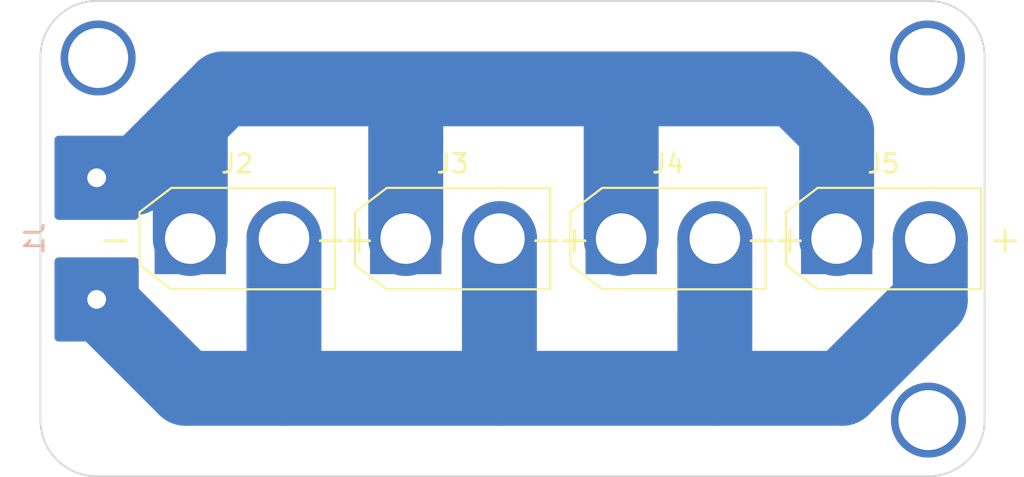
<source format=kicad_pcb>
(kicad_pcb (version 20221018) (generator pcbnew)
  (layers (0 "F.Cu" signal) (31 "B.Cu" signal) (34 "B.Paste" user) (35 "F.Paste" user) (36 "B.SilkS" user "B.Silkscreen") (37 "F.SilkS" user "F.Silkscreen") (38 "B.Mask" user) (39 "F.Mask" user) (44 "Edge.Cuts" user))
  (net 0 "")
  (net 1 "+BATT")
  (net 2 "GNDPWR")
  (footprint "Connector_AMASS:AMASS_XT30U-F_1x02_P5.0mm_Vertical" (layer "F.Cu") (at 169.5 109.5)
    (fp_text reference "J5" (at 2.5 -4) (layer "F.SilkS"))
    (fp_text value "xt30")
    (fp_text user "-" (at -4 0) (layer "F.SilkS") (effects (font (size 1.5 1.5))))
    (fp_text user "+" (at 9 0) (layer "F.SilkS") (effects (font (size 1.5 1.5))))
    (fp_line (start -2.71 -1.41) (end -2.71 1.41) (stroke (width 0.12)) (layer "F.SilkS"))
    (fp_line (start -2.71 -1.41) (end -1.01 -2.71) (stroke (width 0.12)) (layer "F.SilkS"))
    (fp_line (start -2.71 1.41) (end -1.01 2.71) (stroke (width 0.12)) (layer "F.SilkS"))
    (fp_line (start -1.01 -2.71) (end 7.71 -2.71) (stroke (width 0.12)) (layer "F.SilkS"))
    (fp_line (start -1.01 2.71) (end 7.71 2.71) (stroke (width 0.12)) (layer "F.SilkS"))
    (fp_line (start 7.71 -2.71) (end 7.71 2.71) (stroke (width 0.12)) (layer "F.SilkS"))
    (pad "1" thru_hole rect (at 0 0) (size 3.8 3.8) (drill 2.7) (layers "*.Cu" "*.Mask") (net 1 "+BATT"))
    (pad "2" thru_hole circle (at 5 0) (size 4 4) (drill 2.7) (layers "*.Cu" "*.Mask") (net 2 "GNDPWR"))
  )
  (footprint "Connector_AMASS:AMASS_XT30U-F_1x02_P5.0mm_Vertical" (layer "F.Cu") (at 146.5 109.5)
    (fp_text reference "J3" (at 2.5 -4) (layer "F.SilkS"))
    (fp_text value "xt30")
    (fp_text user "+" (at 9 0) (layer "F.SilkS") (effects (font (size 1.5 1.5))))
    (fp_text user "-" (at -4 0) (layer "F.SilkS") (effects (font (size 1.5 1.5))))
    (fp_line (start -2.71 -1.41) (end -2.71 1.41) (stroke (width 0.12)) (layer "F.SilkS"))
    (fp_line (start -2.71 -1.41) (end -1.01 -2.71) (stroke (width 0.12)) (layer "F.SilkS"))
    (fp_line (start -2.71 1.41) (end -1.01 2.71) (stroke (width 0.12)) (layer "F.SilkS"))
    (fp_line (start -1.01 -2.71) (end 7.71 -2.71) (stroke (width 0.12)) (layer "F.SilkS"))
    (fp_line (start -1.01 2.71) (end 7.71 2.71) (stroke (width 0.12)) (layer "F.SilkS"))
    (fp_line (start 7.71 -2.71) (end 7.71 2.71) (stroke (width 0.12)) (layer "F.SilkS"))
    (pad "1" thru_hole rect (at 0 0) (size 3.8 3.8) (drill 2.7) (layers "*.Cu" "*.Mask") (net 1 "+BATT"))
    (pad "2" thru_hole circle (at 5 0) (size 4 4) (drill 2.7) (layers "*.Cu" "*.Mask") (net 2 "GNDPWR"))
  )
  (footprint "Connector_AMASS:AMASS_XT30U-F_1x02_P5.0mm_Vertical" (layer "F.Cu") (at 158 109.5)
    (fp_text reference "J4" (at 2.5 -4) (layer "F.SilkS"))
    (fp_text value "xt30")
    (fp_text user "+" (at 9 0) (layer "F.SilkS") (effects (font (size 1.5 1.5))))
    (fp_text user "-" (at -4 0) (layer "F.SilkS") (effects (font (size 1.5 1.5))))
    (fp_line (start -2.71 -1.41) (end -2.71 1.41) (stroke (width 0.12)) (layer "F.SilkS"))
    (fp_line (start -2.71 -1.41) (end -1.01 -2.71) (stroke (width 0.12)) (layer "F.SilkS"))
    (fp_line (start -2.71 1.41) (end -1.01 2.71) (stroke (width 0.12)) (layer "F.SilkS"))
    (fp_line (start -1.01 -2.71) (end 7.71 -2.71) (stroke (width 0.12)) (layer "F.SilkS"))
    (fp_line (start -1.01 2.71) (end 7.71 2.71) (stroke (width 0.12)) (layer "F.SilkS"))
    (fp_line (start 7.71 -2.71) (end 7.71 2.71) (stroke (width 0.12)) (layer "F.SilkS"))
    (pad "1" thru_hole rect (at 0 0) (size 3.8 3.8) (drill 2.7) (layers "*.Cu" "*.Mask") (net 1 "+BATT"))
    (pad "2" thru_hole circle (at 5 0) (size 4 4) (drill 2.7) (layers "*.Cu" "*.Mask") (net 2 "GNDPWR"))
  )
  (footprint "Connector_AMASS:AMASS_XT30U-F_1x02_P5.0mm_Vertical" (layer "F.Cu") (at 135 109.5)
    (fp_text reference "J2" (at 2.5 -4) (layer "F.SilkS"))
    (fp_text value "xt30")
    (fp_text user "-" (at -4 0) (layer "F.SilkS") (effects (font (size 1.5 1.5))))
    (fp_text user "+" (at 9 0) (layer "F.SilkS") (effects (font (size 1.5 1.5))))
    (fp_line (start -2.71 -1.41) (end -2.71 1.41) (stroke (width 0.12)) (layer "F.SilkS"))
    (fp_line (start -2.71 -1.41) (end -1.01 -2.71) (stroke (width 0.12)) (layer "F.SilkS"))
    (fp_line (start -2.71 1.41) (end -1.01 2.71) (stroke (width 0.12)) (layer "F.SilkS"))
    (fp_line (start -1.01 -2.71) (end 7.71 -2.71) (stroke (width 0.12)) (layer "F.SilkS"))
    (fp_line (start -1.01 2.71) (end 7.71 2.71) (stroke (width 0.12)) (layer "F.SilkS"))
    (fp_line (start 7.71 -2.71) (end 7.71 2.71) (stroke (width 0.12)) (layer "F.SilkS"))
    (pad "1" thru_hole rect (at 0 0) (size 3.8 3.8) (drill 2.7) (layers "*.Cu" "*.Mask") (net 1 "+BATT"))
    (pad "2" thru_hole circle (at 5 0) (size 4 4) (drill 2.7) (layers "*.Cu" "*.Mask") (net 2 "GNDPWR"))
  )
  (footprint "NagaokaFootprint2023:POWER_PAD_normal" (layer "B.Cu") (at 130 109.5 -90)
    (fp_text reference "J1" (at 0 3.31 90) (layer "B.SilkS") (effects (justify mirror)))
    (fp_text value "pad")
    (pad "1" thru_hole circle (at -3.25 0 270) (size 1.6 1.6) (drill 1) (layers "*.Cu" "*.Mask") (net 1 "+BATT"))
    (pad "1" smd roundrect (at -3.25 0 270) (size 4.5 4.5) (layers "B.Cu" "B.Paste" "B.Mask") (roundrect_rratio 0.05) (net 1 "+BATT"))
    (pad "2" thru_hole circle (at 3.25 0 270) (size 1.6 1.6) (drill 1) (layers "*.Cu" "*.Mask") (net 2 "GNDPWR"))
    (pad "2" smd roundrect (at 3.25 0 270) (size 4.5 4.5) (layers "B.Cu" "B.Paste" "B.Mask") (roundrect_rratio 0.05) (net 2 "GNDPWR"))
  )
  (gr_arc (start 130 122.2) (mid 127.87868 121.32132) (end 127 119.2) (stroke (width 0.1)) (layer "Edge.Cuts"))
  (gr_arc (start 127 99.8) (mid 127.87868 97.67868) (end 130 96.8) (stroke (width 0.1)) (layer "Edge.Cuts"))
  (gr_line (start 177.4 99.8) (end 177.4 119.2) (stroke (width 0.1)) (layer "Edge.Cuts"))
  (gr_arc (start 177.4 119.2) (mid 176.52132 121.32132) (end 174.4 122.2) (stroke (width 0.1)) (layer "Edge.Cuts"))
  (gr_line (start 174.4 122.2) (end 130 122.2) (stroke (width 0.1)) (layer "Edge.Cuts"))
  (gr_line (start 130 96.8) (end 174.4 96.8) (stroke (width 0.1)) (layer "Edge.Cuts"))
  (gr_arc (start 174.4 96.8) (mid 176.52132 97.67868) (end 177.4 99.8) (stroke (width 0.1)) (layer "Edge.Cuts"))
  (gr_line (start 127 119.2) (end 127 99.8) (stroke (width 0.1)) (layer "Edge.Cuts"))
  (via (at 174.4 119.2) (size 4) (drill 3.2) (layers "F.Cu" "B.Cu") (net 0))
  (via (at 174.35 99.85) (size 4) (drill 3.2) (layers "F.Cu" "B.Cu") (net 0))
  (via (at 130.08 99.85) (size 4) (drill 3.2) (layers "F.Cu" "B.Cu") (net 0))
  (segment (start 169.5 103.750534) (end 169.5 109.5) (width 4) (layer "B.Cu") (net 1))
  (segment (start 136.750534 101.5) (end 167.249466 101.5) (width 4) (layer "B.Cu") (net 1))
  (segment (start 146.5 109.5) (end 146.5 102.5) (width 4) (layer "B.Cu") (net 1))
  (segment (start 158 109.5) (end 158 102.5) (width 4) (layer "B.Cu") (net 1))
  (segment (start 132.000534 106.25) (end 136.750534 101.5) (width 4) (layer "B.Cu") (net 1))
  (segment (start 130 106.25) (end 132.000534 106.25) (width 4) (layer "B.Cu") (net 1))
  (segment (start 135 103.250534) (end 135 109.5) (width 4) (layer "B.Cu") (net 1))
  (segment (start 167.249466 101.5) (end 169.5 103.750534) (width 4) (layer "B.Cu") (net 1))
  (segment (start 169.8 117.5) (end 134.75 117.5) (width 4) (layer "B.Cu") (net 2))
  (segment (start 174.5 109.5) (end 174.5 112.8) (width 4) (layer "B.Cu") (net 2))
  (segment (start 163 109.5) (end 163 117.5) (width 4) (layer "B.Cu") (net 2))
  (segment (start 174.5 112.8) (end 169.8 117.5) (width 4) (layer "B.Cu") (net 2))
  (segment (start 134.75 117.5) (end 130 112.75) (width 4) (layer "B.Cu") (net 2))
  (segment (start 140 109.5) (end 140 117.5) (width 4) (layer "B.Cu") (net 2))
  (segment (start 151.5 109.5) (end 151.5 117.5) (width 4) (layer "B.Cu") (net 2))
)
</source>
